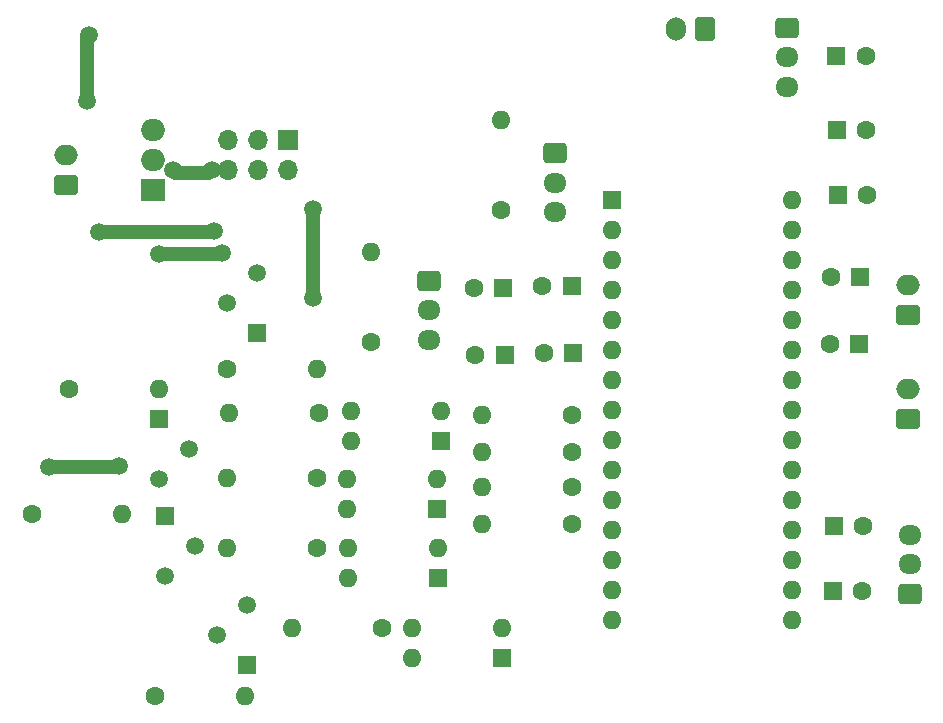
<source format=gbr>
%TF.GenerationSoftware,KiCad,Pcbnew,8.0.2*%
%TF.CreationDate,2024-12-10T11:29:45+01:00*%
%TF.ProjectId,R4I_LINEAR_ACTUATOR_CONTROL,5234495f-4c49-44e4-9541-525f41435455,rev?*%
%TF.SameCoordinates,Original*%
%TF.FileFunction,Copper,L2,Bot*%
%TF.FilePolarity,Positive*%
%FSLAX46Y46*%
G04 Gerber Fmt 4.6, Leading zero omitted, Abs format (unit mm)*
G04 Created by KiCad (PCBNEW 8.0.2) date 2024-12-10 11:29:45*
%MOMM*%
%LPD*%
G01*
G04 APERTURE LIST*
G04 Aperture macros list*
%AMRoundRect*
0 Rectangle with rounded corners*
0 $1 Rounding radius*
0 $2 $3 $4 $5 $6 $7 $8 $9 X,Y pos of 4 corners*
0 Add a 4 corners polygon primitive as box body*
4,1,4,$2,$3,$4,$5,$6,$7,$8,$9,$2,$3,0*
0 Add four circle primitives for the rounded corners*
1,1,$1+$1,$2,$3*
1,1,$1+$1,$4,$5*
1,1,$1+$1,$6,$7*
1,1,$1+$1,$8,$9*
0 Add four rect primitives between the rounded corners*
20,1,$1+$1,$2,$3,$4,$5,0*
20,1,$1+$1,$4,$5,$6,$7,0*
20,1,$1+$1,$6,$7,$8,$9,0*
20,1,$1+$1,$8,$9,$2,$3,0*%
G04 Aperture macros list end*
%TA.AperFunction,ComponentPad*%
%ADD10R,1.600000X1.600000*%
%TD*%
%TA.AperFunction,ComponentPad*%
%ADD11C,1.600000*%
%TD*%
%TA.AperFunction,ComponentPad*%
%ADD12O,1.600000X1.600000*%
%TD*%
%TA.AperFunction,ComponentPad*%
%ADD13RoundRect,0.250000X0.750000X-0.600000X0.750000X0.600000X-0.750000X0.600000X-0.750000X-0.600000X0*%
%TD*%
%TA.AperFunction,ComponentPad*%
%ADD14O,2.000000X1.700000*%
%TD*%
%TA.AperFunction,ComponentPad*%
%ADD15R,1.700000X1.700000*%
%TD*%
%TA.AperFunction,ComponentPad*%
%ADD16O,1.700000X1.700000*%
%TD*%
%TA.AperFunction,ComponentPad*%
%ADD17R,1.500000X1.500000*%
%TD*%
%TA.AperFunction,ComponentPad*%
%ADD18C,1.500000*%
%TD*%
%TA.AperFunction,ComponentPad*%
%ADD19RoundRect,0.250000X-0.725000X0.600000X-0.725000X-0.600000X0.725000X-0.600000X0.725000X0.600000X0*%
%TD*%
%TA.AperFunction,ComponentPad*%
%ADD20O,1.950000X1.700000*%
%TD*%
%TA.AperFunction,ComponentPad*%
%ADD21RoundRect,0.250000X0.725000X-0.600000X0.725000X0.600000X-0.725000X0.600000X-0.725000X-0.600000X0*%
%TD*%
%TA.AperFunction,ComponentPad*%
%ADD22R,2.000000X1.905000*%
%TD*%
%TA.AperFunction,ComponentPad*%
%ADD23O,2.000000X1.905000*%
%TD*%
%TA.AperFunction,ComponentPad*%
%ADD24RoundRect,0.250000X0.600000X0.750000X-0.600000X0.750000X-0.600000X-0.750000X0.600000X-0.750000X0*%
%TD*%
%TA.AperFunction,ComponentPad*%
%ADD25O,1.700000X2.000000*%
%TD*%
%TA.AperFunction,ViaPad*%
%ADD26C,1.500000*%
%TD*%
%TA.AperFunction,Conductor*%
%ADD27C,1.200000*%
%TD*%
G04 APERTURE END LIST*
D10*
%TO.P,C11,1*%
%TO.N,/5V_POWER*%
X124455113Y-96275000D03*
D11*
%TO.P,C11,2*%
%TO.N,MCU_GND*%
X121955113Y-96275000D03*
%TD*%
D10*
%TO.P,C10,1*%
%TO.N,/5V_POWER*%
X124505113Y-90600000D03*
D11*
%TO.P,C10,2*%
%TO.N,MCU_GND*%
X122005113Y-90600000D03*
%TD*%
%TO.P,R3,1*%
%TO.N,Net-(R3-Pad1)*%
X78510000Y-107600000D03*
D12*
%TO.P,R3,2*%
%TO.N,Net-(Q1-Pad2)*%
X70890000Y-107600000D03*
%TD*%
D11*
%TO.P,R6,1*%
%TO.N,Net-(R6-Pad1)*%
X84010000Y-120300000D03*
D12*
%TO.P,R6,2*%
%TO.N,Net-(Q2-Pad2)*%
X76390000Y-120300000D03*
%TD*%
D13*
%TO.P,J9,1,Pin_1*%
%TO.N,/SDA*%
X128600000Y-102600000D03*
D14*
%TO.P,J9,2,Pin_2*%
%TO.N,/SCL*%
X128600000Y-100100000D03*
%TD*%
D10*
%TO.P,C9,1*%
%TO.N,/CURRENT_SENSOR_ADC*%
X122194888Y-117200000D03*
D11*
%TO.P,C9,2*%
%TO.N,MCU_GND*%
X124694888Y-117200000D03*
%TD*%
%TO.P,R14,1*%
%TO.N,/RPWM*%
X100100000Y-102278000D03*
D12*
%TO.P,R14,2*%
%TO.N,Net-(R14-Pad2)*%
X92480000Y-102278000D03*
%TD*%
D10*
%TO.P,C8,1*%
%TO.N,/CURRENT_SENSOR_ADC*%
X122294888Y-111700000D03*
D11*
%TO.P,C8,2*%
%TO.N,MCU_GND*%
X124794888Y-111700000D03*
%TD*%
D13*
%TO.P,J4,1,Pin_1*%
%TO.N,MCU_GND*%
X128600000Y-93800000D03*
D14*
%TO.P,J4,2,Pin_2*%
%TO.N,/5V_POWER*%
X128600000Y-91300000D03*
%TD*%
D15*
%TO.P,J6,1,Pin_1a*%
%TO.N,/RPWM_OUTPUT*%
X76080000Y-78960000D03*
D16*
%TO.P,J6,2,Pin_1b*%
%TO.N,/LPWM_OUTPUT*%
X76080000Y-81500000D03*
%TO.P,J6,3,Pin_2a*%
%TO.N,/R_EN_OUTPUT*%
X73540000Y-78960000D03*
%TO.P,J6,4,Pin_2b*%
%TO.N,/L_EN_OUTPUT*%
X73540000Y-81500000D03*
%TO.P,J6,5,Pin_3a*%
%TO.N,/MOTOR_CONTROL_POWER_5V*%
X71000000Y-78960000D03*
%TO.P,J6,6,Pin_3b*%
%TO.N,GND*%
X71000000Y-81500000D03*
%TD*%
D11*
%TO.P,R1,1*%
%TO.N,/BTN_ONE*%
X94100000Y-84910000D03*
D12*
%TO.P,R1,2*%
%TO.N,MCU_GND*%
X94100000Y-77290000D03*
%TD*%
%TO.P,A1,30,VIN*%
%TO.N,/MCU_POWER*%
X118740000Y-84100000D03*
%TO.P,A1,29,GND*%
%TO.N,MCU_GND*%
X118740000Y-86640000D03*
%TO.P,A1,28,~{RESET}*%
%TO.N,unconnected-(A1-~{RESET}-Pad28)*%
X118740000Y-89180000D03*
%TO.P,A1,27,+5V*%
%TO.N,/5V_POWER*%
X118740000Y-91720000D03*
%TO.P,A1,26,A7*%
%TO.N,unconnected-(A1-A7-Pad26)*%
X118740000Y-94260000D03*
%TO.P,A1,25,A6*%
%TO.N,unconnected-(A1-A6-Pad25)*%
X118740000Y-96800000D03*
%TO.P,A1,24,A5*%
%TO.N,/SCL*%
X118740000Y-99340000D03*
%TO.P,A1,23,A4*%
%TO.N,/SDA*%
X118740000Y-101880000D03*
%TO.P,A1,22,A3*%
%TO.N,unconnected-(A1-A3-Pad22)*%
X118740000Y-104420000D03*
%TO.P,A1,21,A2*%
%TO.N,unconnected-(A1-A2-Pad21)*%
X118740000Y-106960000D03*
%TO.P,A1,20,A1*%
%TO.N,unconnected-(A1-A1-Pad20)*%
X118740000Y-109500000D03*
%TO.P,A1,19,A0*%
%TO.N,/CURRENT_SENSOR_ADC*%
X118740000Y-112040000D03*
%TO.P,A1,18,AREF*%
%TO.N,unconnected-(A1-AREF-Pad18)*%
X118740000Y-114580000D03*
%TO.P,A1,17,3V3*%
%TO.N,unconnected-(A1-3V3-Pad17)*%
X118740000Y-117120000D03*
%TO.P,A1,16,D13*%
%TO.N,unconnected-(A1-D13-Pad16)*%
X118740000Y-119660000D03*
%TO.P,A1,15,D12*%
%TO.N,unconnected-(A1-D12-Pad15)*%
X103500000Y-119660000D03*
%TO.P,A1,14,D11*%
%TO.N,unconnected-(A1-D11-Pad14)*%
X103500000Y-117120000D03*
%TO.P,A1,13,D10*%
%TO.N,unconnected-(A1-D10-Pad13)*%
X103500000Y-114580000D03*
%TO.P,A1,12,D9*%
%TO.N,unconnected-(A1-D9-Pad12)*%
X103500000Y-112040000D03*
%TO.P,A1,11,D8*%
%TO.N,/L_EN*%
X103500000Y-109500000D03*
%TO.P,A1,10,D7*%
%TO.N,/R_EN*%
X103500000Y-106960000D03*
%TO.P,A1,9,D6*%
%TO.N,/LPWM*%
X103500000Y-104420000D03*
%TO.P,A1,8,D5*%
%TO.N,/RPWM*%
X103500000Y-101880000D03*
%TO.P,A1,7,D4*%
%TO.N,unconnected-(A1-D4-Pad7)*%
X103500000Y-99340000D03*
%TO.P,A1,6,D3*%
%TO.N,/BTN_TWO*%
X103500000Y-96800000D03*
%TO.P,A1,5,D2*%
%TO.N,/BTN_ONE*%
X103500000Y-94260000D03*
%TO.P,A1,4,GND*%
%TO.N,MCU_GND*%
X103500000Y-91720000D03*
%TO.P,A1,3,~{RESET}*%
%TO.N,unconnected-(A1-~{RESET}-Pad3)*%
X103500000Y-89180000D03*
%TO.P,A1,2,D0/RX*%
%TO.N,unconnected-(A1-D0{slash}RX-Pad2)*%
X103500000Y-86640000D03*
D10*
%TO.P,A1,1,D1/TX*%
%TO.N,unconnected-(A1-D1{slash}TX-Pad1)*%
X103500000Y-84100000D03*
%TD*%
D11*
%TO.P,R10,1*%
%TO.N,GND*%
X70890000Y-98400000D03*
D12*
%TO.P,R10,2*%
%TO.N,/RPWM_OUTPUT*%
X78510000Y-98400000D03*
%TD*%
D17*
%TO.P,Q2,1*%
%TO.N,/L_EN_OUTPUT*%
X72575000Y-123455000D03*
D18*
%TO.P,Q2,2*%
%TO.N,Net-(Q2-Pad2)*%
X70035000Y-120915000D03*
%TO.P,Q2,3*%
%TO.N,/MOTOR_CONTROL_POWER_5V*%
X72575000Y-118375000D03*
%TD*%
D11*
%TO.P,R13,1*%
%TO.N,/LPWM*%
X100090000Y-105400000D03*
D12*
%TO.P,R13,2*%
%TO.N,Net-(R13-Pad2)*%
X92470000Y-105400000D03*
%TD*%
D10*
%TO.P,C2,1*%
%TO.N,/MCU_POWER*%
X122610000Y-83650000D03*
D11*
%TO.P,C2,2*%
%TO.N,MCU_GND*%
X125110000Y-83650000D03*
%TD*%
D10*
%TO.P,U3,1*%
%TO.N,Net-(R12-Pad2)*%
X88800000Y-116075000D03*
D12*
%TO.P,U3,2*%
%TO.N,MCU_GND*%
X88800000Y-113535000D03*
%TO.P,U3,3*%
%TO.N,Net-(R5-Pad1)*%
X81180000Y-113535000D03*
%TO.P,U3,4*%
%TO.N,/MOTOR_CONTROL_POWER_5V*%
X81180000Y-116075000D03*
%TD*%
D10*
%TO.P,C1,1*%
%TO.N,/MCU_POWER*%
X122515112Y-78150000D03*
D11*
%TO.P,C1,2*%
%TO.N,MCU_GND*%
X125015112Y-78150000D03*
%TD*%
D17*
%TO.P,Q1,1*%
%TO.N,/LPWM_OUTPUT*%
X65150000Y-102650000D03*
D18*
%TO.P,Q1,2*%
%TO.N,Net-(Q1-Pad2)*%
X67690000Y-105190000D03*
%TO.P,Q1,3*%
%TO.N,/MOTOR_CONTROL_POWER_5V*%
X65150000Y-107730000D03*
%TD*%
D11*
%TO.P,R12,1*%
%TO.N,/R_EN*%
X100100000Y-108400000D03*
D12*
%TO.P,R12,2*%
%TO.N,Net-(R12-Pad2)*%
X92480000Y-108400000D03*
%TD*%
D11*
%TO.P,C5,2*%
%TO.N,MCU_GND*%
X91800000Y-91500000D03*
D10*
%TO.P,C5,1*%
%TO.N,/BTN_ONE*%
X94300000Y-91500000D03*
%TD*%
D13*
%TO.P,J8,1,Pin_1*%
%TO.N,/MOTOR_CONTROL_POWER_VIN*%
X57300000Y-82800000D03*
D14*
%TO.P,J8,2,Pin_2*%
%TO.N,GND*%
X57300000Y-80300000D03*
%TD*%
D19*
%TO.P,J5,1,Pin_1*%
%TO.N,/MCU_VIN*%
X118300000Y-69500000D03*
D20*
%TO.P,J5,2,Pin_2*%
%TO.N,/MCU_POWER*%
X118300000Y-72000000D03*
%TO.P,J5,3,Pin_3*%
%TO.N,MCU_GND*%
X118300000Y-74500000D03*
%TD*%
D11*
%TO.P,R5,1*%
%TO.N,Net-(R5-Pad1)*%
X78510000Y-113500000D03*
D12*
%TO.P,R5,2*%
%TO.N,Net-(Q4-Pad2)*%
X70890000Y-113500000D03*
%TD*%
D10*
%TO.P,C4,1*%
%TO.N,/BTN_ONE*%
X100105113Y-91400000D03*
D11*
%TO.P,C4,2*%
%TO.N,MCU_GND*%
X97605113Y-91400000D03*
%TD*%
%TO.P,R7,1*%
%TO.N,GND*%
X64790000Y-126100000D03*
D12*
%TO.P,R7,2*%
%TO.N,/L_EN_OUTPUT*%
X72410000Y-126100000D03*
%TD*%
D10*
%TO.P,U1,1*%
%TO.N,Net-(R14-Pad2)*%
X89000000Y-104475000D03*
D12*
%TO.P,U1,2*%
%TO.N,MCU_GND*%
X89000000Y-101935000D03*
%TO.P,U1,3*%
%TO.N,Net-(R4-Pad1)*%
X81380000Y-101935000D03*
%TO.P,U1,4*%
%TO.N,/MOTOR_CONTROL_POWER_5V*%
X81380000Y-104475000D03*
%TD*%
D10*
%TO.P,C7,1*%
%TO.N,/BTN_TWO*%
X94405113Y-97200000D03*
D11*
%TO.P,C7,2*%
%TO.N,MCU_GND*%
X91905113Y-97200000D03*
%TD*%
%TO.P,R9,1*%
%TO.N,GND*%
X57490000Y-100100000D03*
D12*
%TO.P,R9,2*%
%TO.N,/LPWM_OUTPUT*%
X65110000Y-100100000D03*
%TD*%
D21*
%TO.P,J1,1,Pin_1*%
%TO.N,/MCU_POWER*%
X128700000Y-117400000D03*
D20*
%TO.P,J1,2,Pin_2*%
%TO.N,/CURRENT_SENSOR_ADC*%
X128700000Y-114900000D03*
%TO.P,J1,3,Pin_3*%
%TO.N,MCU_GND*%
X128700000Y-112400000D03*
%TD*%
D11*
%TO.P,R8,1*%
%TO.N,GND*%
X54390000Y-110700000D03*
D12*
%TO.P,R8,2*%
%TO.N,/R_EN_OUTPUT*%
X62010000Y-110700000D03*
%TD*%
D19*
%TO.P,J3,1,Pin_1*%
%TO.N,/MCU_POWER*%
X98700000Y-80100000D03*
D20*
%TO.P,J3,2,Pin_2*%
%TO.N,MCU_GND*%
X98700000Y-82600000D03*
%TO.P,J3,3,Pin_3*%
%TO.N,/BTN_ONE*%
X98700000Y-85100000D03*
%TD*%
D11*
%TO.P,R11,1*%
%TO.N,/L_EN*%
X100100000Y-111500000D03*
D12*
%TO.P,R11,2*%
%TO.N,Net-(R11-Pad2)*%
X92480000Y-111500000D03*
%TD*%
D10*
%TO.P,C6,1*%
%TO.N,/BTN_TWO*%
X100205113Y-97000000D03*
D11*
%TO.P,C6,2*%
%TO.N,MCU_GND*%
X97705113Y-97000000D03*
%TD*%
D10*
%TO.P,U4,1*%
%TO.N,Net-(R11-Pad2)*%
X94200000Y-122875000D03*
D12*
%TO.P,U4,2*%
%TO.N,MCU_GND*%
X94200000Y-120335000D03*
%TO.P,U4,3*%
%TO.N,Net-(R6-Pad1)*%
X86580000Y-120335000D03*
%TO.P,U4,4*%
%TO.N,/MOTOR_CONTROL_POWER_5V*%
X86580000Y-122875000D03*
%TD*%
D17*
%TO.P,Q4,1*%
%TO.N,/R_EN_OUTPUT*%
X65650000Y-110860000D03*
D18*
%TO.P,Q4,2*%
%TO.N,Net-(Q4-Pad2)*%
X68190000Y-113400000D03*
%TO.P,Q4,3*%
%TO.N,/MOTOR_CONTROL_POWER_5V*%
X65650000Y-115940000D03*
%TD*%
D22*
%TO.P,U6,1,IN*%
%TO.N,/MOTOR_CONTROL_POWER_VIN*%
X64600000Y-83200000D03*
D23*
%TO.P,U6,2,GND*%
%TO.N,GND*%
X64600000Y-80660000D03*
%TO.P,U6,3,OUT*%
%TO.N,/MOTOR_CONTROL_POWER_5V*%
X64600000Y-78120000D03*
%TD*%
D11*
%TO.P,R2,1*%
%TO.N,/BTN_TWO*%
X83100000Y-96120000D03*
D12*
%TO.P,R2,2*%
%TO.N,MCU_GND*%
X83100000Y-88500000D03*
%TD*%
D24*
%TO.P,J7,1,Pin_1*%
%TO.N,/MCU_VIN*%
X111400000Y-69600000D03*
D25*
%TO.P,J7,2,Pin_2*%
%TO.N,MCU_GND*%
X108900000Y-69600000D03*
%TD*%
D10*
%TO.P,C3,1*%
%TO.N,/MCU_POWER*%
X122510000Y-71850000D03*
D11*
%TO.P,C3,2*%
%TO.N,MCU_GND*%
X125010000Y-71850000D03*
%TD*%
D10*
%TO.P,U2,1*%
%TO.N,Net-(R13-Pad2)*%
X88700000Y-110275000D03*
D12*
%TO.P,U2,2*%
%TO.N,MCU_GND*%
X88700000Y-107735000D03*
%TO.P,U2,3*%
%TO.N,Net-(R3-Pad1)*%
X81080000Y-107735000D03*
%TO.P,U2,4*%
%TO.N,/MOTOR_CONTROL_POWER_5V*%
X81080000Y-110275000D03*
%TD*%
D17*
%TO.P,Q3,1*%
%TO.N,/RPWM_OUTPUT*%
X73450000Y-95350000D03*
D18*
%TO.P,Q3,2*%
%TO.N,Net-(Q3-Pad2)*%
X70910000Y-92810000D03*
%TO.P,Q3,3*%
%TO.N,/MOTOR_CONTROL_POWER_5V*%
X73450000Y-90270000D03*
%TD*%
D20*
%TO.P,J2,3,Pin_3*%
%TO.N,/BTN_TWO*%
X88000000Y-95900000D03*
%TO.P,J2,2,Pin_2*%
%TO.N,MCU_GND*%
X88000000Y-93400000D03*
D19*
%TO.P,J2,1,Pin_1*%
%TO.N,/MCU_POWER*%
X88000000Y-90900000D03*
%TD*%
D11*
%TO.P,R4,1*%
%TO.N,Net-(R4-Pad1)*%
X78710000Y-102100000D03*
D12*
%TO.P,R4,2*%
%TO.N,Net-(Q3-Pad2)*%
X71090000Y-102100000D03*
%TD*%
D26*
%TO.N,GND*%
X66350000Y-81512653D03*
X69650000Y-81500000D03*
X59225000Y-70125000D03*
X59050000Y-75725000D03*
%TO.N,/R_EN_OUTPUT*%
X61750000Y-106600000D03*
X55800000Y-106700000D03*
%TO.N,/L_EN_OUTPUT*%
X69800000Y-86700000D03*
X60100000Y-86800000D03*
%TO.N,/LPWM_OUTPUT*%
X70500000Y-88600000D03*
X65110000Y-88690000D03*
%TO.N,/RPWM_OUTPUT*%
X78200000Y-84800000D03*
X78200000Y-92333454D03*
%TD*%
D27*
%TO.N,GND*%
X66500000Y-81775000D02*
X69375000Y-81775000D01*
X66350000Y-81512653D02*
X66350000Y-81625000D01*
X66350000Y-81625000D02*
X66500000Y-81775000D01*
X69375000Y-81775000D02*
X69650000Y-81500000D01*
X59050000Y-70300000D02*
X59225000Y-70125000D01*
X59050000Y-75725000D02*
X59050000Y-70300000D01*
%TO.N,/R_EN_OUTPUT*%
X61700000Y-106600000D02*
X61750000Y-106600000D01*
X61600000Y-106700000D02*
X61700000Y-106600000D01*
X55800000Y-106700000D02*
X61600000Y-106700000D01*
%TO.N,/L_EN_OUTPUT*%
X69700000Y-86800000D02*
X69800000Y-86700000D01*
X60100000Y-86800000D02*
X69700000Y-86800000D01*
%TO.N,/LPWM_OUTPUT*%
X70410000Y-88690000D02*
X70500000Y-88600000D01*
X65110000Y-88690000D02*
X70410000Y-88690000D01*
%TO.N,/RPWM_OUTPUT*%
X78200000Y-92333454D02*
X78200000Y-84800000D01*
%TD*%
M02*

</source>
